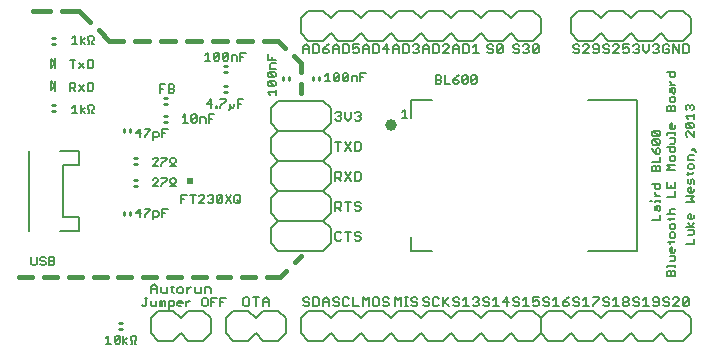
<source format=gto>
G75*
G70*
%OFA0B0*%
%FSLAX24Y24*%
%IPPOS*%
%LPD*%
%AMOC8*
5,1,8,0,0,1.08239X$1,22.5*
%
%ADD10C,0.0240*%
%ADD11C,0.0050*%
%ADD12C,0.0395*%
%ADD13C,0.0160*%
%ADD14C,0.0100*%
%ADD15C,0.0070*%
%ADD16C,0.0080*%
%ADD17C,0.0060*%
D10*
X006493Y006493D03*
D11*
X003860Y001075D02*
X003680Y001075D01*
X003770Y001075D02*
X003770Y001345D01*
X003680Y001255D01*
X003975Y001300D02*
X003975Y001120D01*
X004155Y001300D01*
X004155Y001120D01*
X004110Y001075D01*
X004020Y001075D01*
X003975Y001120D01*
X003975Y001300D02*
X004020Y001345D01*
X004110Y001345D01*
X004155Y001300D01*
X004269Y001345D02*
X004269Y001075D01*
X004269Y001165D02*
X004404Y001255D01*
X004515Y001210D02*
X004515Y001300D01*
X004560Y001345D01*
X004650Y001345D01*
X004695Y001300D01*
X004695Y001210D01*
X004650Y001165D01*
X004650Y001075D01*
X004695Y001075D01*
X004560Y001075D02*
X004560Y001165D01*
X004515Y001210D01*
X004515Y001075D02*
X004560Y001075D01*
X004404Y001075D02*
X004269Y001165D01*
X005776Y002240D02*
X005776Y002510D01*
X005912Y002510D01*
X005957Y002465D01*
X005957Y002375D01*
X005912Y002330D01*
X005776Y002330D01*
X005662Y002330D02*
X005662Y002465D01*
X005617Y002510D01*
X005572Y002465D01*
X005572Y002330D01*
X005482Y002330D02*
X005482Y002510D01*
X005527Y002510D01*
X005572Y002465D01*
X005367Y002510D02*
X005367Y002330D01*
X005232Y002330D01*
X005187Y002375D01*
X005187Y002510D01*
X005073Y002600D02*
X004983Y002600D01*
X005028Y002600D02*
X005028Y002375D01*
X004983Y002330D01*
X004938Y002330D01*
X004893Y002375D01*
X005205Y002768D02*
X005205Y002968D01*
X005305Y003068D01*
X005405Y002968D01*
X005405Y002768D01*
X005527Y002818D02*
X005577Y002768D01*
X005727Y002768D01*
X005727Y002968D01*
X005850Y002968D02*
X005950Y002968D01*
X005900Y003018D02*
X005900Y002818D01*
X005950Y002768D01*
X006064Y002818D02*
X006114Y002768D01*
X006215Y002768D01*
X006265Y002818D01*
X006265Y002918D01*
X006215Y002968D01*
X006114Y002968D01*
X006064Y002918D01*
X006064Y002818D01*
X006387Y002868D02*
X006487Y002968D01*
X006537Y002968D01*
X006655Y002968D02*
X006655Y002818D01*
X006705Y002768D01*
X006855Y002768D01*
X006855Y002968D01*
X006978Y002968D02*
X007128Y002968D01*
X007178Y002918D01*
X007178Y002768D01*
X007201Y002600D02*
X007381Y002600D01*
X007495Y002600D02*
X007675Y002600D01*
X007585Y002465D02*
X007495Y002465D01*
X007495Y002330D02*
X007495Y002600D01*
X007291Y002465D02*
X007201Y002465D01*
X007201Y002330D02*
X007201Y002600D01*
X007086Y002555D02*
X007041Y002600D01*
X006951Y002600D01*
X006906Y002555D01*
X006906Y002375D01*
X006951Y002330D01*
X007041Y002330D01*
X007086Y002375D01*
X007086Y002555D01*
X006978Y002768D02*
X006978Y002968D01*
X006387Y002968D02*
X006387Y002768D01*
X006366Y002510D02*
X006366Y002330D01*
X006366Y002420D02*
X006456Y002510D01*
X006501Y002510D01*
X006251Y002465D02*
X006251Y002420D01*
X006071Y002420D01*
X006071Y002375D02*
X006071Y002465D01*
X006116Y002510D01*
X006206Y002510D01*
X006251Y002465D01*
X006206Y002330D02*
X006116Y002330D01*
X006071Y002375D01*
X005527Y002818D02*
X005527Y002968D01*
X005405Y002918D02*
X005205Y002918D01*
X008268Y002580D02*
X008268Y002380D01*
X008318Y002330D01*
X008418Y002330D01*
X008468Y002380D01*
X008468Y002580D01*
X008418Y002630D01*
X008318Y002630D01*
X008268Y002580D01*
X008590Y002630D02*
X008790Y002630D01*
X008690Y002630D02*
X008690Y002330D01*
X008912Y002330D02*
X008912Y002530D01*
X009012Y002630D01*
X009112Y002530D01*
X009112Y002330D01*
X009112Y002480D02*
X008912Y002480D01*
X010268Y002530D02*
X010318Y002480D01*
X010418Y002480D01*
X010468Y002430D01*
X010468Y002380D01*
X010418Y002330D01*
X010318Y002330D01*
X010268Y002380D01*
X010268Y002530D02*
X010268Y002580D01*
X010318Y002630D01*
X010418Y002630D01*
X010468Y002580D01*
X010590Y002630D02*
X010740Y002630D01*
X010790Y002580D01*
X010790Y002380D01*
X010740Y002330D01*
X010590Y002330D01*
X010590Y002630D01*
X010912Y002530D02*
X011012Y002630D01*
X011112Y002530D01*
X011112Y002330D01*
X011112Y002480D02*
X010912Y002480D01*
X010912Y002530D02*
X010912Y002330D01*
X011268Y002380D02*
X011318Y002330D01*
X011418Y002330D01*
X011468Y002380D01*
X011468Y002430D01*
X011418Y002480D01*
X011318Y002480D01*
X011268Y002530D01*
X011268Y002580D01*
X011318Y002630D01*
X011418Y002630D01*
X011468Y002580D01*
X011590Y002580D02*
X011590Y002380D01*
X011640Y002330D01*
X011740Y002330D01*
X011790Y002380D01*
X011912Y002330D02*
X012112Y002330D01*
X012268Y002330D02*
X012268Y002630D01*
X012368Y002530D01*
X012468Y002630D01*
X012468Y002330D01*
X012590Y002380D02*
X012640Y002330D01*
X012740Y002330D01*
X012790Y002380D01*
X012790Y002580D01*
X012740Y002630D01*
X012640Y002630D01*
X012590Y002580D01*
X012590Y002380D01*
X012912Y002380D02*
X012962Y002330D01*
X013062Y002330D01*
X013112Y002380D01*
X013112Y002430D01*
X013062Y002480D01*
X012962Y002480D01*
X012912Y002530D01*
X012912Y002580D01*
X012962Y002630D01*
X013062Y002630D01*
X013112Y002580D01*
X013330Y002630D02*
X013430Y002530D01*
X013530Y002630D01*
X013530Y002330D01*
X013652Y002330D02*
X013752Y002330D01*
X013702Y002330D02*
X013702Y002630D01*
X013652Y002630D02*
X013752Y002630D01*
X013867Y002580D02*
X013867Y002530D01*
X013917Y002480D01*
X014017Y002480D01*
X014067Y002430D01*
X014067Y002380D01*
X014017Y002330D01*
X013917Y002330D01*
X013867Y002380D01*
X013867Y002580D02*
X013917Y002630D01*
X014017Y002630D01*
X014067Y002580D01*
X014268Y002580D02*
X014268Y002530D01*
X014318Y002480D01*
X014418Y002480D01*
X014468Y002430D01*
X014468Y002380D01*
X014418Y002330D01*
X014318Y002330D01*
X014268Y002380D01*
X014590Y002380D02*
X014640Y002330D01*
X014740Y002330D01*
X014790Y002380D01*
X014912Y002330D02*
X014912Y002630D01*
X014790Y002580D02*
X014740Y002630D01*
X014640Y002630D01*
X014590Y002580D01*
X014590Y002380D01*
X014468Y002580D02*
X014418Y002630D01*
X014318Y002630D01*
X014268Y002580D01*
X014912Y002430D02*
X015112Y002630D01*
X015268Y002580D02*
X015268Y002530D01*
X015318Y002480D01*
X015418Y002480D01*
X015468Y002430D01*
X015468Y002380D01*
X015418Y002330D01*
X015318Y002330D01*
X015268Y002380D01*
X015112Y002330D02*
X014962Y002480D01*
X015268Y002580D02*
X015318Y002630D01*
X015418Y002630D01*
X015468Y002580D01*
X015590Y002530D02*
X015690Y002630D01*
X015690Y002330D01*
X015590Y002330D02*
X015790Y002330D01*
X015912Y002380D02*
X015962Y002330D01*
X016062Y002330D01*
X016112Y002380D01*
X016112Y002430D01*
X016062Y002480D01*
X016012Y002480D01*
X016062Y002480D02*
X016112Y002530D01*
X016112Y002580D01*
X016062Y002630D01*
X015962Y002630D01*
X015912Y002580D01*
X016268Y002580D02*
X016268Y002530D01*
X016318Y002480D01*
X016418Y002480D01*
X016468Y002430D01*
X016468Y002380D01*
X016418Y002330D01*
X016318Y002330D01*
X016268Y002380D01*
X016268Y002580D02*
X016318Y002630D01*
X016418Y002630D01*
X016468Y002580D01*
X016590Y002530D02*
X016690Y002630D01*
X016690Y002330D01*
X016590Y002330D02*
X016790Y002330D01*
X016912Y002480D02*
X017112Y002480D01*
X017062Y002330D02*
X017062Y002630D01*
X016912Y002480D01*
X017268Y002530D02*
X017268Y002580D01*
X017318Y002630D01*
X017418Y002630D01*
X017468Y002580D01*
X017418Y002480D02*
X017468Y002430D01*
X017468Y002380D01*
X017418Y002330D01*
X017318Y002330D01*
X017268Y002380D01*
X017318Y002480D02*
X017268Y002530D01*
X017318Y002480D02*
X017418Y002480D01*
X017590Y002530D02*
X017690Y002630D01*
X017690Y002330D01*
X017590Y002330D02*
X017790Y002330D01*
X017912Y002380D02*
X017962Y002330D01*
X018062Y002330D01*
X018112Y002380D01*
X018112Y002480D01*
X018062Y002530D01*
X018012Y002530D01*
X017912Y002480D01*
X017912Y002630D01*
X018112Y002630D01*
X018268Y002580D02*
X018268Y002530D01*
X018318Y002480D01*
X018418Y002480D01*
X018468Y002430D01*
X018468Y002380D01*
X018418Y002330D01*
X018318Y002330D01*
X018268Y002380D01*
X018268Y002580D02*
X018318Y002630D01*
X018418Y002630D01*
X018468Y002580D01*
X018590Y002530D02*
X018690Y002630D01*
X018690Y002330D01*
X018590Y002330D02*
X018790Y002330D01*
X018912Y002380D02*
X018962Y002330D01*
X019062Y002330D01*
X019112Y002380D01*
X019112Y002430D01*
X019062Y002480D01*
X018912Y002480D01*
X018912Y002380D01*
X018912Y002480D02*
X019012Y002580D01*
X019112Y002630D01*
X019268Y002580D02*
X019268Y002530D01*
X019318Y002480D01*
X019418Y002480D01*
X019468Y002430D01*
X019468Y002380D01*
X019418Y002330D01*
X019318Y002330D01*
X019268Y002380D01*
X019590Y002330D02*
X019790Y002330D01*
X019690Y002330D02*
X019690Y002630D01*
X019590Y002530D01*
X019468Y002580D02*
X019418Y002630D01*
X019318Y002630D01*
X019268Y002580D01*
X019912Y002630D02*
X020112Y002630D01*
X020112Y002580D01*
X019912Y002380D01*
X019912Y002330D01*
X020268Y002380D02*
X020318Y002330D01*
X020418Y002330D01*
X020468Y002380D01*
X020468Y002430D01*
X020418Y002480D01*
X020318Y002480D01*
X020268Y002530D01*
X020268Y002580D01*
X020318Y002630D01*
X020418Y002630D01*
X020468Y002580D01*
X020590Y002530D02*
X020690Y002630D01*
X020690Y002330D01*
X020590Y002330D02*
X020790Y002330D01*
X020912Y002380D02*
X020912Y002430D01*
X020962Y002480D01*
X021062Y002480D01*
X021112Y002430D01*
X021112Y002380D01*
X021062Y002330D01*
X020962Y002330D01*
X020912Y002380D01*
X020962Y002480D02*
X020912Y002530D01*
X020912Y002580D01*
X020962Y002630D01*
X021062Y002630D01*
X021112Y002580D01*
X021112Y002530D01*
X021062Y002480D01*
X021268Y002530D02*
X021268Y002580D01*
X021318Y002630D01*
X021418Y002630D01*
X021468Y002580D01*
X021418Y002480D02*
X021468Y002430D01*
X021468Y002380D01*
X021418Y002330D01*
X021318Y002330D01*
X021268Y002380D01*
X021318Y002480D02*
X021418Y002480D01*
X021318Y002480D02*
X021268Y002530D01*
X021590Y002530D02*
X021690Y002630D01*
X021690Y002330D01*
X021590Y002330D02*
X021790Y002330D01*
X021912Y002380D02*
X021962Y002330D01*
X022062Y002330D01*
X022112Y002380D01*
X022112Y002580D01*
X022062Y002630D01*
X021962Y002630D01*
X021912Y002580D01*
X021912Y002530D01*
X021962Y002480D01*
X022112Y002480D01*
X022268Y002530D02*
X022268Y002580D01*
X022318Y002630D01*
X022418Y002630D01*
X022468Y002580D01*
X022418Y002480D02*
X022318Y002480D01*
X022268Y002530D01*
X022268Y002380D02*
X022318Y002330D01*
X022418Y002330D01*
X022468Y002380D01*
X022468Y002430D01*
X022418Y002480D01*
X022590Y002580D02*
X022640Y002630D01*
X022740Y002630D01*
X022790Y002580D01*
X022790Y002530D01*
X022590Y002330D01*
X022790Y002330D01*
X022912Y002380D02*
X023112Y002580D01*
X023112Y002380D01*
X023062Y002330D01*
X022962Y002330D01*
X022912Y002380D01*
X022912Y002580D01*
X022962Y002630D01*
X023062Y002630D01*
X023112Y002580D01*
X022655Y003330D02*
X022385Y003330D01*
X022385Y003465D01*
X022430Y003510D01*
X022475Y003510D01*
X022520Y003465D01*
X022520Y003330D01*
X022655Y003330D02*
X022655Y003465D01*
X022610Y003510D01*
X022565Y003510D01*
X022520Y003465D01*
X022655Y003625D02*
X022655Y003715D01*
X022655Y003670D02*
X022385Y003670D01*
X022385Y003625D01*
X022475Y003821D02*
X022610Y003821D01*
X022655Y003866D01*
X022655Y004001D01*
X022475Y004001D01*
X022520Y004116D02*
X022475Y004161D01*
X022475Y004251D01*
X022520Y004296D01*
X022565Y004296D01*
X022565Y004116D01*
X022610Y004116D02*
X022520Y004116D01*
X022610Y004116D02*
X022655Y004161D01*
X022655Y004251D01*
X023010Y004393D02*
X023280Y004393D01*
X023280Y004573D01*
X023235Y004687D02*
X023100Y004687D01*
X023235Y004687D02*
X023280Y004732D01*
X023280Y004867D01*
X023100Y004867D01*
X023190Y004982D02*
X023100Y005117D01*
X023145Y005227D02*
X023100Y005272D01*
X023100Y005362D01*
X023145Y005408D01*
X023190Y005408D01*
X023190Y005227D01*
X023235Y005227D02*
X023145Y005227D01*
X023235Y005227D02*
X023280Y005272D01*
X023280Y005362D01*
X023280Y005117D02*
X023190Y004982D01*
X023280Y004982D02*
X023010Y004982D01*
X022655Y004947D02*
X022610Y004901D01*
X022520Y004901D01*
X022475Y004947D01*
X022475Y005037D01*
X022520Y005082D01*
X022610Y005082D01*
X022655Y005037D01*
X022655Y004947D01*
X022475Y005196D02*
X022475Y005286D01*
X022430Y005241D02*
X022610Y005241D01*
X022655Y005286D01*
X022655Y005393D02*
X022385Y005393D01*
X022475Y005438D02*
X022475Y005528D01*
X022520Y005573D01*
X022655Y005573D01*
X022520Y005393D02*
X022475Y005438D01*
X022155Y005385D02*
X022155Y005205D01*
X021885Y005205D01*
X021975Y005545D02*
X021975Y005635D01*
X022020Y005680D01*
X022155Y005680D01*
X022155Y005545D01*
X022110Y005500D01*
X022065Y005545D01*
X022065Y005680D01*
X022155Y005794D02*
X022155Y005884D01*
X022155Y005839D02*
X021975Y005839D01*
X021975Y005794D01*
X021885Y005839D02*
X021840Y005839D01*
X021975Y005991D02*
X022155Y005991D01*
X022065Y005991D02*
X021975Y006081D01*
X021975Y006126D01*
X022020Y006236D02*
X021975Y006281D01*
X021975Y006416D01*
X021885Y006416D02*
X022155Y006416D01*
X022155Y006281D01*
X022110Y006236D01*
X022020Y006236D01*
X022385Y006277D02*
X022655Y006277D01*
X022655Y006457D01*
X022520Y006367D02*
X022520Y006277D01*
X022385Y006277D02*
X022385Y006457D01*
X022655Y006162D02*
X022655Y005982D01*
X022385Y005982D01*
X023010Y005997D02*
X023280Y005997D01*
X023190Y005907D01*
X023280Y005817D01*
X023010Y005817D01*
X023145Y006111D02*
X023100Y006156D01*
X023100Y006246D01*
X023145Y006291D01*
X023190Y006291D01*
X023190Y006111D01*
X023235Y006111D02*
X023145Y006111D01*
X023235Y006111D02*
X023280Y006156D01*
X023280Y006246D01*
X023280Y006406D02*
X023280Y006541D01*
X023235Y006586D01*
X023190Y006541D01*
X023190Y006451D01*
X023145Y006406D01*
X023100Y006451D01*
X023100Y006586D01*
X023100Y006701D02*
X023100Y006791D01*
X023055Y006746D02*
X023235Y006746D01*
X023280Y006791D01*
X023235Y006897D02*
X023280Y006942D01*
X023280Y007032D01*
X023235Y007077D01*
X023145Y007077D01*
X023100Y007032D01*
X023100Y006942D01*
X023145Y006897D01*
X023235Y006897D01*
X023280Y007192D02*
X023100Y007192D01*
X023100Y007327D01*
X023145Y007372D01*
X023280Y007372D01*
X023370Y007486D02*
X023280Y007576D01*
X023280Y007531D01*
X023235Y007531D01*
X023235Y007576D01*
X023280Y007576D01*
X022655Y007635D02*
X022655Y007500D01*
X022610Y007455D01*
X022520Y007455D01*
X022475Y007500D01*
X022475Y007635D01*
X022385Y007635D02*
X022655Y007635D01*
X022610Y007750D02*
X022655Y007795D01*
X022655Y007930D01*
X022475Y007930D01*
X022385Y008044D02*
X022385Y008089D01*
X022655Y008089D01*
X022655Y008044D02*
X022655Y008135D01*
X022610Y008241D02*
X022520Y008241D01*
X022475Y008286D01*
X022475Y008376D01*
X022520Y008421D01*
X022565Y008421D01*
X022565Y008241D01*
X022610Y008241D02*
X022655Y008286D01*
X022655Y008376D01*
X023010Y008407D02*
X023055Y008452D01*
X023235Y008272D01*
X023280Y008317D01*
X023280Y008407D01*
X023235Y008452D01*
X023055Y008452D01*
X023010Y008407D02*
X023010Y008317D01*
X023055Y008272D01*
X023235Y008272D01*
X023280Y008158D02*
X023280Y007977D01*
X023100Y008158D01*
X023055Y008158D01*
X023010Y008113D01*
X023010Y008022D01*
X023055Y007977D01*
X022610Y007750D02*
X022475Y007750D01*
X022155Y007755D02*
X022110Y007710D01*
X021930Y007890D01*
X022110Y007890D01*
X022155Y007845D01*
X022155Y007755D01*
X022110Y007710D02*
X021930Y007710D01*
X021885Y007755D01*
X021885Y007845D01*
X021930Y007890D01*
X021930Y008004D02*
X021885Y008049D01*
X021885Y008139D01*
X021930Y008184D01*
X022110Y008004D01*
X022155Y008049D01*
X022155Y008139D01*
X022110Y008184D01*
X021930Y008184D01*
X021930Y008004D02*
X022110Y008004D01*
X022110Y007595D02*
X022065Y007595D01*
X022020Y007550D01*
X022020Y007415D01*
X022110Y007415D01*
X022155Y007460D01*
X022155Y007550D01*
X022110Y007595D01*
X021930Y007505D02*
X022020Y007415D01*
X021930Y007505D02*
X021885Y007595D01*
X022155Y007300D02*
X022155Y007120D01*
X021885Y007120D01*
X021930Y007006D02*
X021885Y006961D01*
X021885Y006826D01*
X022155Y006826D01*
X022155Y006961D01*
X022110Y007006D01*
X022065Y007006D01*
X022020Y006961D01*
X022020Y006826D01*
X022020Y006961D02*
X021975Y007006D01*
X021930Y007006D01*
X022385Y007046D02*
X022655Y007046D01*
X022610Y007160D02*
X022655Y007206D01*
X022655Y007296D01*
X022610Y007341D01*
X022520Y007341D01*
X022475Y007296D01*
X022475Y007206D01*
X022520Y007160D01*
X022610Y007160D01*
X022475Y006956D02*
X022385Y007046D01*
X022475Y006956D02*
X022385Y006866D01*
X022655Y006866D01*
X023100Y008567D02*
X023010Y008657D01*
X023280Y008657D01*
X023280Y008567D02*
X023280Y008747D01*
X023235Y008861D02*
X023280Y008906D01*
X023280Y008996D01*
X023235Y009042D01*
X023190Y009042D01*
X023145Y008996D01*
X023145Y008951D01*
X023145Y008996D02*
X023100Y009042D01*
X023055Y009042D01*
X023010Y008996D01*
X023010Y008906D01*
X023055Y008861D01*
X022655Y008830D02*
X022655Y008965D01*
X022610Y009010D01*
X022565Y009010D01*
X022520Y008965D01*
X022520Y008830D01*
X022655Y008830D02*
X022385Y008830D01*
X022385Y008965D01*
X022430Y009010D01*
X022475Y009010D01*
X022520Y008965D01*
X022520Y009125D02*
X022610Y009125D01*
X022655Y009170D01*
X022655Y009260D01*
X022610Y009305D01*
X022520Y009305D01*
X022475Y009260D01*
X022475Y009170D01*
X022520Y009125D01*
X022610Y009419D02*
X022565Y009465D01*
X022565Y009600D01*
X022520Y009600D02*
X022655Y009600D01*
X022655Y009465D01*
X022610Y009419D01*
X022475Y009465D02*
X022475Y009555D01*
X022520Y009600D01*
X022565Y009714D02*
X022475Y009804D01*
X022475Y009849D01*
X022520Y009960D02*
X022475Y010005D01*
X022475Y010140D01*
X022385Y010140D02*
X022655Y010140D01*
X022655Y010005D01*
X022610Y009960D01*
X022520Y009960D01*
X022475Y009714D02*
X022655Y009714D01*
X021404Y009219D02*
X021404Y004180D01*
X019751Y004180D01*
X022430Y004455D02*
X022610Y004455D01*
X022655Y004500D01*
X022610Y004607D02*
X022655Y004652D01*
X022655Y004742D01*
X022610Y004787D01*
X022520Y004787D01*
X022475Y004742D01*
X022475Y004652D01*
X022520Y004607D01*
X022610Y004607D01*
X022475Y004500D02*
X022475Y004410D01*
X014554Y004180D02*
X014003Y004180D01*
X013845Y004180D01*
X013845Y004652D01*
X012175Y004618D02*
X012175Y004568D01*
X012125Y004518D01*
X012025Y004518D01*
X011975Y004568D01*
X012025Y004668D02*
X012125Y004668D01*
X012175Y004618D01*
X012175Y004768D02*
X012125Y004818D01*
X012025Y004818D01*
X011975Y004768D01*
X011975Y004718D01*
X012025Y004668D01*
X011752Y004518D02*
X011752Y004818D01*
X011652Y004818D02*
X011852Y004818D01*
X011530Y004768D02*
X011480Y004818D01*
X011380Y004818D01*
X011330Y004768D01*
X011330Y004568D01*
X011380Y004518D01*
X011480Y004518D01*
X011530Y004568D01*
X011530Y005518D02*
X011430Y005618D01*
X011480Y005618D02*
X011330Y005618D01*
X011330Y005518D02*
X011330Y005818D01*
X011480Y005818D01*
X011530Y005768D01*
X011530Y005668D01*
X011480Y005618D01*
X011652Y005818D02*
X011852Y005818D01*
X011752Y005818D02*
X011752Y005518D01*
X011975Y005568D02*
X012025Y005518D01*
X012125Y005518D01*
X012175Y005568D01*
X012175Y005618D01*
X012125Y005668D01*
X012025Y005668D01*
X011975Y005718D01*
X011975Y005768D01*
X012025Y005818D01*
X012125Y005818D01*
X012175Y005768D01*
X012125Y006518D02*
X012175Y006568D01*
X012175Y006768D01*
X012125Y006818D01*
X011975Y006818D01*
X011975Y006518D01*
X012125Y006518D01*
X011852Y006518D02*
X011652Y006818D01*
X011530Y006768D02*
X011480Y006818D01*
X011330Y006818D01*
X011330Y006518D01*
X011330Y006618D02*
X011480Y006618D01*
X011530Y006668D01*
X011530Y006768D01*
X011430Y006618D02*
X011530Y006518D01*
X011652Y006518D02*
X011852Y006818D01*
X011852Y007518D02*
X011652Y007818D01*
X011530Y007818D02*
X011330Y007818D01*
X011430Y007818D02*
X011430Y007518D01*
X011652Y007518D02*
X011852Y007818D01*
X011975Y007818D02*
X012125Y007818D01*
X012175Y007768D01*
X012175Y007568D01*
X012125Y007518D01*
X011975Y007518D01*
X011975Y007818D01*
X012025Y008518D02*
X011975Y008568D01*
X012025Y008518D02*
X012125Y008518D01*
X012175Y008568D01*
X012175Y008618D01*
X012125Y008668D01*
X012075Y008668D01*
X012125Y008668D02*
X012175Y008718D01*
X012175Y008768D01*
X012125Y008818D01*
X012025Y008818D01*
X011975Y008768D01*
X011852Y008818D02*
X011852Y008618D01*
X011752Y008518D01*
X011652Y008618D01*
X011652Y008818D01*
X011530Y008768D02*
X011480Y008818D01*
X011380Y008818D01*
X011330Y008768D01*
X011430Y008668D02*
X011480Y008668D01*
X011530Y008618D01*
X011530Y008568D01*
X011480Y008518D01*
X011380Y008518D01*
X011330Y008568D01*
X011480Y008668D02*
X011530Y008718D01*
X011530Y008768D01*
X011627Y009825D02*
X011582Y009870D01*
X011762Y010050D01*
X011762Y009870D01*
X011717Y009825D01*
X011627Y009825D01*
X011582Y009870D02*
X011582Y010050D01*
X011627Y010095D01*
X011717Y010095D01*
X011762Y010050D01*
X011876Y010005D02*
X012012Y010005D01*
X012057Y009960D01*
X012057Y009825D01*
X012171Y009825D02*
X012171Y010095D01*
X012351Y010095D01*
X012261Y009960D02*
X012171Y009960D01*
X011876Y010005D02*
X011876Y009825D01*
X011467Y009870D02*
X011422Y009825D01*
X011332Y009825D01*
X011287Y009870D01*
X011467Y010050D01*
X011467Y009870D01*
X011287Y009870D02*
X011287Y010050D01*
X011332Y010095D01*
X011422Y010095D01*
X011467Y010050D01*
X011173Y009825D02*
X010993Y009825D01*
X011083Y009825D02*
X011083Y010095D01*
X010993Y010005D01*
X010962Y010768D02*
X010912Y010818D01*
X010912Y010918D01*
X011062Y010918D01*
X011112Y010868D01*
X011112Y010818D01*
X011062Y010768D01*
X010962Y010768D01*
X010912Y010918D02*
X011012Y011018D01*
X011112Y011068D01*
X011268Y010968D02*
X011368Y011068D01*
X011468Y010968D01*
X011468Y010768D01*
X011590Y010768D02*
X011740Y010768D01*
X011790Y010818D01*
X011790Y011018D01*
X011740Y011068D01*
X011590Y011068D01*
X011590Y010768D01*
X011468Y010918D02*
X011268Y010918D01*
X011268Y010968D02*
X011268Y010768D01*
X010790Y010818D02*
X010790Y011018D01*
X010740Y011068D01*
X010590Y011068D01*
X010590Y010768D01*
X010740Y010768D01*
X010790Y010818D01*
X010468Y010768D02*
X010468Y010968D01*
X010368Y011068D01*
X010268Y010968D01*
X010268Y010768D01*
X010268Y010918D02*
X010468Y010918D01*
X009348Y010546D02*
X009077Y010546D01*
X009077Y010726D01*
X009212Y010636D02*
X009212Y010546D01*
X009212Y010432D02*
X009348Y010432D01*
X009212Y010432D02*
X009167Y010387D01*
X009167Y010251D01*
X009348Y010251D01*
X009302Y010137D02*
X009122Y010137D01*
X009302Y009957D01*
X009348Y010002D01*
X009348Y010092D01*
X009302Y010137D01*
X009122Y010137D02*
X009077Y010092D01*
X009077Y010002D01*
X009122Y009957D01*
X009302Y009957D01*
X009302Y009842D02*
X009122Y009842D01*
X009302Y009662D01*
X009348Y009707D01*
X009348Y009797D01*
X009302Y009842D01*
X009122Y009842D02*
X009077Y009797D01*
X009077Y009707D01*
X009122Y009662D01*
X009302Y009662D01*
X009348Y009548D02*
X009348Y009368D01*
X009348Y009458D02*
X009077Y009458D01*
X009167Y009368D01*
X008266Y009220D02*
X008086Y009220D01*
X008086Y008950D01*
X007972Y008995D02*
X007972Y009085D01*
X007972Y008995D02*
X007927Y008950D01*
X007882Y008950D01*
X007837Y008995D01*
X007837Y008905D01*
X007792Y008860D01*
X007837Y008995D02*
X007837Y009085D01*
X007677Y009175D02*
X007677Y009220D01*
X007497Y009220D01*
X007677Y009175D02*
X007497Y008995D01*
X007497Y008950D01*
X007395Y008950D02*
X007350Y008950D01*
X007350Y008995D01*
X007395Y008995D01*
X007395Y008950D01*
X007190Y008950D02*
X007190Y009220D01*
X007055Y009085D01*
X007235Y009085D01*
X007307Y008720D02*
X007126Y008720D01*
X007126Y008450D01*
X007012Y008450D02*
X007012Y008585D01*
X006967Y008630D01*
X006832Y008630D01*
X006832Y008450D01*
X006717Y008495D02*
X006717Y008675D01*
X006537Y008495D01*
X006582Y008450D01*
X006672Y008450D01*
X006717Y008495D01*
X006537Y008495D02*
X006537Y008675D01*
X006582Y008720D01*
X006672Y008720D01*
X006717Y008675D01*
X006423Y008450D02*
X006243Y008450D01*
X006333Y008450D02*
X006333Y008720D01*
X006243Y008630D01*
X005744Y008233D02*
X005564Y008233D01*
X005564Y007963D01*
X005449Y008008D02*
X005404Y007963D01*
X005269Y007963D01*
X005269Y007872D02*
X005269Y008143D01*
X005404Y008143D01*
X005449Y008098D01*
X005449Y008008D01*
X005564Y008098D02*
X005654Y008098D01*
X005155Y008188D02*
X004975Y008008D01*
X004975Y007963D01*
X004815Y007963D02*
X004815Y008233D01*
X004680Y008098D01*
X004860Y008098D01*
X004975Y008233D02*
X005155Y008233D01*
X005155Y008188D01*
X005288Y007283D02*
X005243Y007238D01*
X005288Y007283D02*
X005378Y007283D01*
X005423Y007238D01*
X005423Y007193D01*
X005243Y007013D01*
X005423Y007013D01*
X005537Y007013D02*
X005537Y007058D01*
X005717Y007238D01*
X005717Y007283D01*
X005537Y007283D01*
X005832Y007238D02*
X005832Y007148D01*
X005877Y007103D01*
X005877Y007013D01*
X005832Y007013D01*
X005967Y007013D02*
X005967Y007103D01*
X006012Y007148D01*
X006012Y007238D01*
X005967Y007283D01*
X005877Y007283D01*
X005832Y007238D01*
X005967Y007013D02*
X006012Y007013D01*
X005967Y006595D02*
X006012Y006550D01*
X006012Y006460D01*
X005967Y006415D01*
X005967Y006325D01*
X006012Y006325D01*
X005877Y006325D02*
X005877Y006415D01*
X005832Y006460D01*
X005832Y006550D01*
X005877Y006595D01*
X005967Y006595D01*
X005717Y006595D02*
X005717Y006550D01*
X005537Y006370D01*
X005537Y006325D01*
X005423Y006325D02*
X005243Y006325D01*
X005423Y006505D01*
X005423Y006550D01*
X005378Y006595D01*
X005288Y006595D01*
X005243Y006550D01*
X005537Y006595D02*
X005717Y006595D01*
X005832Y006325D02*
X005877Y006325D01*
X006205Y006038D02*
X006385Y006038D01*
X006500Y006038D02*
X006680Y006038D01*
X006590Y006038D02*
X006590Y005768D01*
X006794Y005768D02*
X006974Y005948D01*
X006974Y005993D01*
X006929Y006038D01*
X006839Y006038D01*
X006794Y005993D01*
X006794Y005768D02*
X006974Y005768D01*
X007089Y005813D02*
X007134Y005768D01*
X007224Y005768D01*
X007269Y005813D01*
X007269Y005858D01*
X007224Y005903D01*
X007179Y005903D01*
X007224Y005903D02*
X007269Y005948D01*
X007269Y005993D01*
X007224Y006038D01*
X007134Y006038D01*
X007089Y005993D01*
X007384Y005993D02*
X007384Y005813D01*
X007564Y005993D01*
X007564Y005813D01*
X007519Y005768D01*
X007429Y005768D01*
X007384Y005813D01*
X007384Y005993D02*
X007429Y006038D01*
X007519Y006038D01*
X007564Y005993D01*
X007678Y006038D02*
X007858Y005768D01*
X007973Y005813D02*
X008018Y005768D01*
X008108Y005768D01*
X008153Y005813D01*
X008153Y005993D01*
X008108Y006038D01*
X008018Y006038D01*
X007973Y005993D01*
X007973Y005813D01*
X008063Y005858D02*
X008153Y005768D01*
X007858Y006038D02*
X007678Y005768D01*
X006295Y005903D02*
X006205Y005903D01*
X006205Y005768D02*
X006205Y006038D01*
X005744Y005583D02*
X005564Y005583D01*
X005564Y005313D01*
X005449Y005358D02*
X005404Y005313D01*
X005269Y005313D01*
X005269Y005222D02*
X005269Y005493D01*
X005404Y005493D01*
X005449Y005448D01*
X005449Y005358D01*
X005564Y005448D02*
X005654Y005448D01*
X005155Y005538D02*
X004975Y005358D01*
X004975Y005313D01*
X004815Y005313D02*
X004815Y005583D01*
X004680Y005448D01*
X004860Y005448D01*
X004975Y005583D02*
X005155Y005583D01*
X005155Y005538D01*
X001974Y003930D02*
X001974Y003885D01*
X001929Y003840D01*
X001794Y003840D01*
X001680Y003795D02*
X001680Y003750D01*
X001635Y003705D01*
X001545Y003705D01*
X001500Y003750D01*
X001545Y003840D02*
X001635Y003840D01*
X001680Y003795D01*
X001680Y003930D02*
X001635Y003975D01*
X001545Y003975D01*
X001500Y003930D01*
X001500Y003885D01*
X001545Y003840D01*
X001385Y003750D02*
X001340Y003705D01*
X001250Y003705D01*
X001205Y003750D01*
X001205Y003975D01*
X001385Y003975D02*
X001385Y003750D01*
X001794Y003705D02*
X001929Y003705D01*
X001974Y003750D01*
X001974Y003795D01*
X001929Y003840D01*
X001974Y003930D02*
X001929Y003975D01*
X001794Y003975D01*
X001794Y003705D01*
X007126Y008585D02*
X007217Y008585D01*
X008086Y009085D02*
X008176Y009085D01*
X005967Y009495D02*
X005922Y009450D01*
X005787Y009450D01*
X005787Y009720D01*
X005922Y009720D01*
X005967Y009675D01*
X005967Y009630D01*
X005922Y009585D01*
X005787Y009585D01*
X005922Y009585D02*
X005967Y009540D01*
X005967Y009495D01*
X005673Y009720D02*
X005493Y009720D01*
X005493Y009450D01*
X005493Y009585D02*
X005583Y009585D01*
X006993Y010513D02*
X007173Y010513D01*
X007083Y010513D02*
X007083Y010783D01*
X006993Y010693D01*
X007287Y010738D02*
X007287Y010558D01*
X007467Y010738D01*
X007467Y010558D01*
X007422Y010513D01*
X007332Y010513D01*
X007287Y010558D01*
X007287Y010738D02*
X007332Y010783D01*
X007422Y010783D01*
X007467Y010738D01*
X007582Y010738D02*
X007582Y010558D01*
X007762Y010738D01*
X007762Y010558D01*
X007717Y010513D01*
X007627Y010513D01*
X007582Y010558D01*
X007582Y010738D02*
X007627Y010783D01*
X007717Y010783D01*
X007762Y010738D01*
X007876Y010693D02*
X008012Y010693D01*
X008057Y010648D01*
X008057Y010513D01*
X008171Y010513D02*
X008171Y010783D01*
X008351Y010783D01*
X008261Y010648D02*
X008171Y010648D01*
X007876Y010693D02*
X007876Y010513D01*
X011912Y010818D02*
X011962Y010768D01*
X012062Y010768D01*
X012112Y010818D01*
X012112Y010918D01*
X012062Y010968D01*
X012012Y010968D01*
X011912Y010918D01*
X011912Y011068D01*
X012112Y011068D01*
X012268Y010968D02*
X012368Y011068D01*
X012468Y010968D01*
X012468Y010768D01*
X012590Y010768D02*
X012740Y010768D01*
X012790Y010818D01*
X012790Y011018D01*
X012740Y011068D01*
X012590Y011068D01*
X012590Y010768D01*
X012468Y010918D02*
X012268Y010918D01*
X012268Y010968D02*
X012268Y010768D01*
X012912Y010918D02*
X013112Y010918D01*
X013268Y010918D02*
X013468Y010918D01*
X013468Y010968D02*
X013368Y011068D01*
X013268Y010968D01*
X013268Y010768D01*
X013468Y010768D02*
X013468Y010968D01*
X013590Y011068D02*
X013740Y011068D01*
X013790Y011018D01*
X013790Y010818D01*
X013740Y010768D01*
X013590Y010768D01*
X013590Y011068D01*
X013912Y011018D02*
X013962Y011068D01*
X014062Y011068D01*
X014112Y011018D01*
X014112Y010968D01*
X014062Y010918D01*
X014112Y010868D01*
X014112Y010818D01*
X014062Y010768D01*
X013962Y010768D01*
X013912Y010818D01*
X014012Y010918D02*
X014062Y010918D01*
X014268Y010918D02*
X014468Y010918D01*
X014468Y010968D02*
X014368Y011068D01*
X014268Y010968D01*
X014268Y010768D01*
X014468Y010768D02*
X014468Y010968D01*
X014590Y011068D02*
X014740Y011068D01*
X014790Y011018D01*
X014790Y010818D01*
X014740Y010768D01*
X014590Y010768D01*
X014590Y011068D01*
X014912Y011018D02*
X014962Y011068D01*
X015062Y011068D01*
X015112Y011018D01*
X015112Y010968D01*
X014912Y010768D01*
X015112Y010768D01*
X015268Y010768D02*
X015268Y010968D01*
X015368Y011068D01*
X015468Y010968D01*
X015468Y010768D01*
X015590Y010768D02*
X015740Y010768D01*
X015790Y010818D01*
X015790Y011018D01*
X015740Y011068D01*
X015590Y011068D01*
X015590Y010768D01*
X015468Y010918D02*
X015268Y010918D01*
X015912Y010968D02*
X016012Y011068D01*
X016012Y010768D01*
X015912Y010768D02*
X016112Y010768D01*
X016393Y010818D02*
X016443Y010768D01*
X016543Y010768D01*
X016593Y010818D01*
X016593Y010868D01*
X016543Y010918D01*
X016443Y010918D01*
X016393Y010968D01*
X016393Y011018D01*
X016443Y011068D01*
X016543Y011068D01*
X016593Y011018D01*
X016715Y011018D02*
X016765Y011068D01*
X016865Y011068D01*
X016915Y011018D01*
X016715Y010818D01*
X016765Y010768D01*
X016865Y010768D01*
X016915Y010818D01*
X016915Y011018D01*
X016715Y011018D02*
X016715Y010818D01*
X017268Y010818D02*
X017318Y010768D01*
X017418Y010768D01*
X017468Y010818D01*
X017468Y010868D01*
X017418Y010918D01*
X017318Y010918D01*
X017268Y010968D01*
X017268Y011018D01*
X017318Y011068D01*
X017418Y011068D01*
X017468Y011018D01*
X017590Y011018D02*
X017640Y011068D01*
X017740Y011068D01*
X017790Y011018D01*
X017790Y010968D01*
X017740Y010918D01*
X017790Y010868D01*
X017790Y010818D01*
X017740Y010768D01*
X017640Y010768D01*
X017590Y010818D01*
X017690Y010918D02*
X017740Y010918D01*
X017912Y010818D02*
X017912Y011018D01*
X017962Y011068D01*
X018062Y011068D01*
X018112Y011018D01*
X017912Y010818D01*
X017962Y010768D01*
X018062Y010768D01*
X018112Y010818D01*
X018112Y011018D01*
X019268Y011018D02*
X019268Y010968D01*
X019318Y010918D01*
X019418Y010918D01*
X019468Y010868D01*
X019468Y010818D01*
X019418Y010768D01*
X019318Y010768D01*
X019268Y010818D01*
X019590Y010768D02*
X019790Y010968D01*
X019790Y011018D01*
X019740Y011068D01*
X019640Y011068D01*
X019590Y011018D01*
X019468Y011018D02*
X019418Y011068D01*
X019318Y011068D01*
X019268Y011018D01*
X019590Y010768D02*
X019790Y010768D01*
X019912Y010818D02*
X019962Y010768D01*
X020062Y010768D01*
X020112Y010818D01*
X020112Y011018D01*
X020062Y011068D01*
X019962Y011068D01*
X019912Y011018D01*
X019912Y010968D01*
X019962Y010918D01*
X020112Y010918D01*
X020268Y010968D02*
X020318Y010918D01*
X020418Y010918D01*
X020468Y010868D01*
X020468Y010818D01*
X020418Y010768D01*
X020318Y010768D01*
X020268Y010818D01*
X020590Y010768D02*
X020790Y010968D01*
X020790Y011018D01*
X020740Y011068D01*
X020640Y011068D01*
X020590Y011018D01*
X020468Y011018D02*
X020418Y011068D01*
X020318Y011068D01*
X020268Y011018D01*
X020268Y010968D01*
X020590Y010768D02*
X020790Y010768D01*
X020912Y010818D02*
X020962Y010768D01*
X021062Y010768D01*
X021112Y010818D01*
X021112Y010918D01*
X021062Y010968D01*
X021012Y010968D01*
X020912Y010918D01*
X020912Y011068D01*
X021112Y011068D01*
X021268Y011018D02*
X021318Y011068D01*
X021418Y011068D01*
X021468Y011018D01*
X021468Y010968D01*
X021418Y010918D01*
X021468Y010868D01*
X021468Y010818D01*
X021418Y010768D01*
X021318Y010768D01*
X021268Y010818D01*
X021368Y010918D02*
X021418Y010918D01*
X021590Y010868D02*
X021590Y011068D01*
X021790Y011068D02*
X021790Y010868D01*
X021690Y010768D01*
X021590Y010868D01*
X021912Y010818D02*
X021962Y010768D01*
X022062Y010768D01*
X022112Y010818D01*
X022112Y010868D01*
X022062Y010918D01*
X022012Y010918D01*
X022062Y010918D02*
X022112Y010968D01*
X022112Y011018D01*
X022062Y011068D01*
X021962Y011068D01*
X021912Y011018D01*
X022268Y011018D02*
X022268Y010818D01*
X022318Y010768D01*
X022418Y010768D01*
X022468Y010818D01*
X022468Y010918D01*
X022368Y010918D01*
X022468Y011018D02*
X022418Y011068D01*
X022318Y011068D01*
X022268Y011018D01*
X022590Y011068D02*
X022790Y010768D01*
X022790Y011068D01*
X022912Y011068D02*
X023062Y011068D01*
X023112Y011018D01*
X023112Y010818D01*
X023062Y010768D01*
X022912Y010768D01*
X022912Y011068D01*
X022590Y011068D02*
X022590Y010768D01*
X021404Y009219D02*
X019751Y009219D01*
X016042Y009794D02*
X015997Y009749D01*
X015906Y009749D01*
X015861Y009794D01*
X016042Y009974D01*
X016042Y009794D01*
X016042Y009974D02*
X015997Y010020D01*
X015906Y010020D01*
X015861Y009974D01*
X015861Y009794D01*
X015747Y009794D02*
X015702Y009749D01*
X015612Y009749D01*
X015567Y009794D01*
X015747Y009974D01*
X015747Y009794D01*
X015567Y009794D02*
X015567Y009974D01*
X015612Y010020D01*
X015702Y010020D01*
X015747Y009974D01*
X015452Y010020D02*
X015362Y009974D01*
X015272Y009884D01*
X015407Y009884D01*
X015452Y009839D01*
X015452Y009794D01*
X015407Y009749D01*
X015317Y009749D01*
X015272Y009794D01*
X015272Y009884D01*
X015158Y009749D02*
X014978Y009749D01*
X014978Y010020D01*
X014863Y009974D02*
X014818Y010020D01*
X014683Y010020D01*
X014683Y009749D01*
X014818Y009749D01*
X014863Y009794D01*
X014863Y009839D01*
X014818Y009884D01*
X014683Y009884D01*
X014818Y009884D02*
X014863Y009929D01*
X014863Y009974D01*
X014554Y009219D02*
X013845Y009219D01*
X013845Y008589D01*
X013732Y008614D02*
X013555Y008614D01*
X013644Y008614D02*
X013644Y008880D01*
X013555Y008791D01*
X013062Y010768D02*
X013062Y011068D01*
X012912Y010918D01*
X003275Y011075D02*
X003230Y011075D01*
X003230Y011165D01*
X003275Y011210D01*
X003275Y011300D01*
X003230Y011345D01*
X003140Y011345D01*
X003095Y011300D01*
X003095Y011210D01*
X003140Y011165D01*
X003140Y011075D01*
X003095Y011075D01*
X002985Y011075D02*
X002850Y011165D01*
X002985Y011255D01*
X002850Y011345D02*
X002850Y011075D01*
X002735Y011075D02*
X002555Y011075D01*
X002645Y011075D02*
X002645Y011345D01*
X002555Y011255D01*
X002583Y010533D02*
X002583Y010263D01*
X002787Y010263D02*
X002967Y010443D01*
X003082Y010533D02*
X003217Y010533D01*
X003262Y010488D01*
X003262Y010308D01*
X003217Y010263D01*
X003082Y010263D01*
X003082Y010533D01*
X002967Y010263D02*
X002787Y010443D01*
X002673Y010533D02*
X002493Y010533D01*
X002493Y009783D02*
X002628Y009783D01*
X002673Y009738D01*
X002673Y009648D01*
X002628Y009603D01*
X002493Y009603D01*
X002583Y009603D02*
X002673Y009513D01*
X002787Y009513D02*
X002967Y009693D01*
X003082Y009783D02*
X003082Y009513D01*
X003217Y009513D01*
X003262Y009558D01*
X003262Y009738D01*
X003217Y009783D01*
X003082Y009783D01*
X002967Y009513D02*
X002787Y009693D01*
X002493Y009783D02*
X002493Y009513D01*
X002645Y009033D02*
X002645Y008763D01*
X002555Y008763D02*
X002735Y008763D01*
X002850Y008763D02*
X002850Y009033D01*
X002985Y008943D02*
X002850Y008853D01*
X002985Y008763D01*
X003095Y008763D02*
X003140Y008763D01*
X003140Y008853D01*
X003095Y008898D01*
X003095Y008988D01*
X003140Y009033D01*
X003230Y009033D01*
X003275Y008988D01*
X003275Y008898D01*
X003230Y008853D01*
X003230Y008763D01*
X003275Y008763D01*
X002645Y009033D02*
X002555Y008943D01*
X011590Y002580D02*
X011640Y002630D01*
X011740Y002630D01*
X011790Y002580D01*
X011912Y002630D02*
X011912Y002330D01*
X013330Y002330D02*
X013330Y002630D01*
D12*
X013180Y008368D03*
D13*
X010180Y009430D02*
X010180Y009733D01*
X010180Y010127D02*
X010180Y010430D01*
X009944Y010666D01*
X009666Y010944D02*
X009430Y011180D01*
X008964Y011180D01*
X008570Y011180D02*
X008104Y011180D01*
X007710Y011180D02*
X007244Y011180D01*
X006851Y011180D02*
X006384Y011180D01*
X005991Y011180D02*
X005525Y011180D01*
X005131Y011180D02*
X004665Y011180D01*
X004271Y011180D02*
X003805Y011180D01*
X003444Y011541D01*
X003166Y011819D02*
X002805Y012180D01*
X002221Y012180D01*
X001827Y012180D02*
X001243Y012180D01*
X009975Y003788D02*
X010180Y003993D01*
X009697Y003510D02*
X009493Y003305D01*
X009061Y003305D01*
X008667Y003305D02*
X008235Y003305D01*
X007841Y003305D02*
X007410Y003305D01*
X007016Y003305D02*
X006584Y003305D01*
X006190Y003305D02*
X005758Y003305D01*
X005365Y003305D02*
X004933Y003305D01*
X004539Y003305D02*
X004107Y003305D01*
X003714Y003305D02*
X003282Y003305D01*
X002888Y003305D02*
X002456Y003305D01*
X002062Y003305D02*
X001631Y003305D01*
X001237Y003305D02*
X000805Y003305D01*
D14*
X004130Y001780D02*
X004230Y001780D01*
X004230Y001580D02*
X004130Y001580D01*
X004280Y005380D02*
X004280Y005480D01*
X004480Y005480D02*
X004480Y005380D01*
X004630Y006330D02*
X004730Y006330D01*
X004730Y006530D02*
X004630Y006530D01*
X004630Y007080D02*
X004730Y007080D01*
X004730Y007280D02*
X004630Y007280D01*
X004480Y008130D02*
X004480Y008230D01*
X004280Y008230D02*
X004280Y008130D01*
X005630Y008455D02*
X005730Y008455D01*
X005730Y008655D02*
X005630Y008655D01*
X005630Y009080D02*
X005730Y009080D01*
X005730Y009280D02*
X005630Y009280D01*
X007630Y009455D02*
X007730Y009455D01*
X007730Y009655D02*
X007630Y009655D01*
X007630Y010143D02*
X007730Y010143D01*
X007730Y010343D02*
X007630Y010343D01*
X009580Y009980D02*
X009580Y009880D01*
X009780Y009880D02*
X009780Y009980D01*
X010580Y009980D02*
X010580Y009880D01*
X010780Y009880D02*
X010780Y009980D01*
X001980Y009030D02*
X001880Y009030D01*
X001880Y008830D02*
X001980Y008830D01*
X001980Y011080D02*
X001880Y011080D01*
X001880Y011280D02*
X001980Y011280D01*
D15*
X002000Y010600D02*
X002000Y010430D01*
X001860Y010280D01*
X001860Y010580D01*
X002001Y010430D01*
X002000Y010430D02*
X002000Y010260D01*
X002000Y009850D02*
X002000Y009680D01*
X001860Y009530D01*
X001860Y009830D01*
X002001Y009680D01*
X002000Y009680D02*
X002000Y009510D01*
D16*
X002172Y007519D02*
X002802Y007519D01*
X002802Y007046D01*
X002251Y007046D01*
X002251Y005314D01*
X002802Y005314D01*
X002802Y004841D01*
X002172Y004841D01*
X001109Y004841D02*
X001109Y007519D01*
X010180Y011430D02*
X010430Y011180D01*
X010930Y011180D01*
X011180Y011430D01*
X011430Y011180D01*
X011930Y011180D01*
X012180Y011430D01*
X012430Y011180D01*
X012930Y011180D01*
X013180Y011430D01*
X013430Y011180D01*
X013930Y011180D01*
X014180Y011430D01*
X014430Y011180D01*
X014930Y011180D01*
X015180Y011430D01*
X015430Y011180D01*
X015930Y011180D01*
X016180Y011430D01*
X016430Y011180D01*
X016930Y011180D01*
X017180Y011430D01*
X017430Y011180D01*
X017930Y011180D01*
X018180Y011430D01*
X018180Y011930D01*
X017930Y012180D01*
X017430Y012180D01*
X017180Y011930D01*
X016930Y012180D01*
X016430Y012180D01*
X016180Y011930D01*
X015930Y012180D01*
X015430Y012180D01*
X015180Y011930D01*
X014930Y012180D01*
X014430Y012180D01*
X014180Y011930D01*
X013930Y012180D01*
X013430Y012180D01*
X013180Y011930D01*
X012930Y012180D01*
X012430Y012180D01*
X012180Y011930D01*
X011930Y012180D01*
X011430Y012180D01*
X011180Y011930D01*
X010930Y012180D01*
X010430Y012180D01*
X010180Y011930D01*
X010180Y011430D01*
X019180Y011430D02*
X019430Y011180D01*
X019930Y011180D01*
X020180Y011430D01*
X020430Y011180D01*
X020930Y011180D01*
X021180Y011430D01*
X021430Y011180D01*
X021930Y011180D01*
X022180Y011430D01*
X022430Y011180D01*
X022930Y011180D01*
X023180Y011430D01*
X023180Y011930D01*
X022930Y012180D01*
X022430Y012180D01*
X022180Y011930D01*
X021930Y012180D01*
X021430Y012180D01*
X021180Y011930D01*
X020930Y012180D01*
X020430Y012180D01*
X020180Y011930D01*
X019930Y012180D01*
X019430Y012180D01*
X019180Y011930D01*
X019180Y011430D01*
X018930Y002180D02*
X018430Y002180D01*
X018180Y001930D01*
X018180Y001430D01*
X018430Y001180D01*
X018930Y001180D01*
X019180Y001430D01*
X019430Y001180D01*
X019930Y001180D01*
X020180Y001430D01*
X020430Y001180D01*
X020930Y001180D01*
X021180Y001430D01*
X021430Y001180D01*
X021930Y001180D01*
X022180Y001430D01*
X022430Y001180D01*
X022930Y001180D01*
X023180Y001430D01*
X023180Y001930D01*
X022930Y002180D01*
X022430Y002180D01*
X022180Y001930D01*
X021930Y002180D01*
X021430Y002180D01*
X021180Y001930D01*
X020930Y002180D01*
X020430Y002180D01*
X020180Y001930D01*
X019930Y002180D01*
X019430Y002180D01*
X019180Y001930D01*
X018930Y002180D01*
X018180Y001930D02*
X018180Y001430D01*
X017930Y001180D01*
X017430Y001180D01*
X017180Y001430D01*
X016930Y001180D01*
X016430Y001180D01*
X016180Y001430D01*
X015930Y001180D01*
X015430Y001180D01*
X015180Y001430D01*
X014930Y001180D01*
X014430Y001180D01*
X014180Y001430D01*
X013930Y001180D01*
X013430Y001180D01*
X013180Y001430D01*
X012930Y001180D01*
X012430Y001180D01*
X012180Y001430D01*
X011930Y001180D01*
X011430Y001180D01*
X011180Y001430D01*
X010930Y001180D01*
X010430Y001180D01*
X010180Y001430D01*
X010180Y001930D01*
X010430Y002180D01*
X010930Y002180D01*
X011180Y001930D01*
X011430Y002180D01*
X011930Y002180D01*
X012180Y001930D01*
X012430Y002180D01*
X012930Y002180D01*
X013180Y001930D01*
X013430Y002180D01*
X013930Y002180D01*
X014180Y001930D01*
X014430Y002180D01*
X014930Y002180D01*
X015180Y001930D01*
X015430Y002180D01*
X015930Y002180D01*
X016180Y001930D01*
X016430Y002180D01*
X016930Y002180D01*
X017180Y001930D01*
X017430Y002180D01*
X017930Y002180D01*
X018180Y001930D01*
X009680Y001930D02*
X009680Y001430D01*
X009430Y001180D01*
X008930Y001180D01*
X008680Y001430D01*
X008430Y001180D01*
X007930Y001180D01*
X007680Y001430D01*
X007680Y001930D01*
X007930Y002180D01*
X008430Y002180D01*
X008680Y001930D01*
X008930Y002180D01*
X009430Y002180D01*
X009680Y001930D01*
X007180Y001930D02*
X007180Y001430D01*
X006930Y001180D01*
X006430Y001180D01*
X006180Y001430D01*
X005930Y001180D01*
X005430Y001180D01*
X005180Y001430D01*
X005180Y001930D01*
X005430Y002180D01*
X005930Y002180D01*
X006180Y001930D01*
X006430Y002180D01*
X006930Y002180D01*
X007180Y001930D01*
D17*
X009430Y004180D02*
X010930Y004180D01*
X011180Y004430D01*
X011180Y004930D01*
X010930Y005180D01*
X009430Y005180D01*
X009180Y004930D01*
X009180Y004430D01*
X009430Y004180D01*
X009430Y005180D02*
X009180Y005430D01*
X009180Y005930D01*
X009430Y006180D01*
X010930Y006180D01*
X011180Y005930D01*
X011180Y005430D01*
X010930Y005180D01*
X010930Y006180D02*
X011180Y006430D01*
X011180Y006930D01*
X010930Y007180D01*
X009430Y007180D01*
X009180Y006930D01*
X009180Y006430D01*
X009430Y006180D01*
X009430Y007180D02*
X009180Y007430D01*
X009180Y007930D01*
X009430Y008180D01*
X010930Y008180D01*
X011180Y007930D01*
X011180Y007430D01*
X010930Y007180D01*
X010930Y008180D02*
X011180Y008430D01*
X011180Y008930D01*
X010930Y009180D01*
X009430Y009180D01*
X009180Y008930D01*
X009180Y008430D01*
X009430Y008180D01*
M02*

</source>
